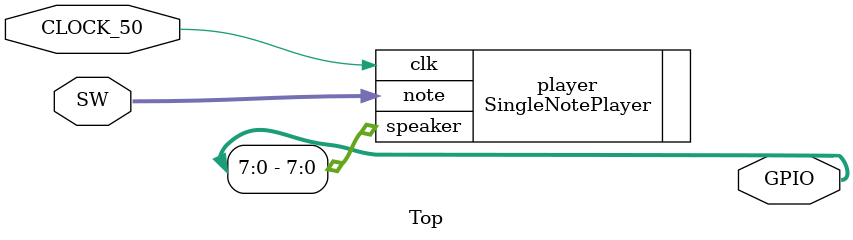
<source format=v>
module Top(CLOCK_50, SW, GPIO);
    input CLOCK_50;
    input [2:0] SW;
    output [35:0] GPIO;  // Speaker is connected to this

    // Instantiate the note player module
    SingleNotePlayer player(
        .clk(CLOCK_50),
        .note(SW[2:0]),
        .speaker(GPIO[7:0])
    );
endmodule

</source>
